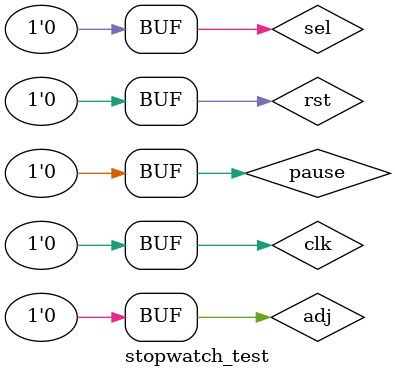
<source format=v>
`timescale 1ns / 1ps


module stopwatch_test;

	// Inputs
	reg clk;
	reg rst;
	reg pause;
	reg sel;
	reg adj;

	// Outputs
	wire [7:0] seg;
	wire [3:0] an;

	// Instantiate the Unit Under Test (UUT)
	stopwatch uut (
		.clk(clk), 
		.rst(rst), 
		.pause(pause), 
		.sel(sel), 
		.adj(adj), 
		.seg(seg), 
		.an(an)
	);

	initial begin
		// Initialize Inputs
		clk = 0;
		rst = 0;
		pause = 0;
		sel = 0;
		adj = 0;

		// Wait 100 ns for global reset to finish
		#100;
        
		// Add stimulus here

	end
      
endmodule


</source>
